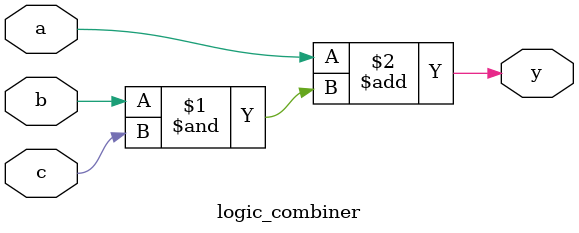
<source format=sv>
module logic_combiner(input logic a, b, c, output logic y);

    assign y = a + (b & c); // y = a + b.c
    
endmodule

</source>
